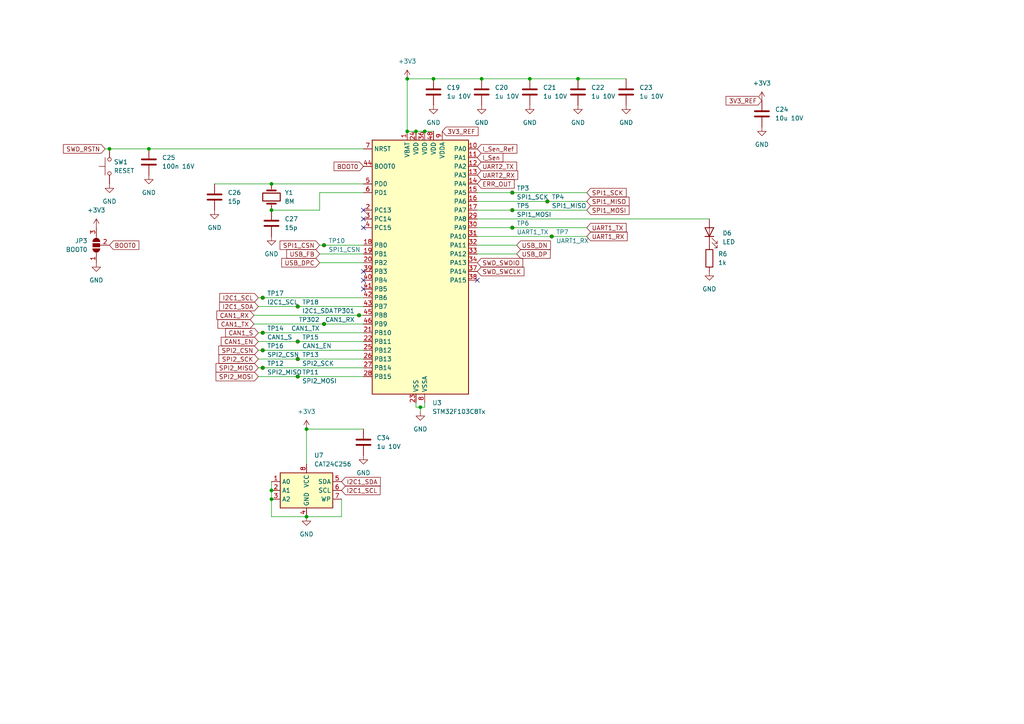
<source format=kicad_sch>
(kicad_sch (version 20231120) (generator "eeschema") (generator_version "8.0")
  (paper "A4")
  (lib_symbols
    (symbol "Connector:TestPoint_Small" (pin_numbers hide) (pin_names (offset 0.762) hide)
      (property "Reference" "TP" (at 0 3.81 0))
      (property "Value" "TestPoint_Small" (at 0 2.032 0))
      (symbol "TestPoint_Small_0_1"
        (circle (center 0 0) (radius 0.508))
      )
      (symbol "TestPoint_Small_1_1"
        (pin passive line (at 0 0 90) (length 0) (name "1") (number "1"))
      )
    )
    (symbol "Device:C" (pin_numbers hide) (pin_names (offset 0.254))
      (property "Reference" "C" (at 0.635 2.54 0))
      (property "Value" "C" (at 0.635 -2.54 0))
      (symbol "C_0_1"
        (polyline (pts (xy -2.032 -0.762) (xy 2.032 -0.762)) (stroke (width 0.508)))
        (polyline (pts (xy -2.032 0.762) (xy 2.032 0.762)) (stroke (width 0.508)))
      )
      (symbol "C_1_1"
        (pin passive line (at 0 3.81 270) (length 2.794) (name "~") (number "1"))
        (pin passive line (at 0 -3.81 90) (length 2.794) (name "~") (number "2"))
      )
    )
    (symbol "Device:Crystal" (pin_numbers hide) (pin_names (offset 1.016) hide)
      (property "Reference" "Y" (at 0 3.81 0))
      (property "Value" "Crystal" (at 0 -3.81 0))
      (symbol "Crystal_0_1"
        (rectangle (start -1.143 2.54) (end 1.143 -2.54) (stroke (width 0.3048)))
        (polyline (pts (xy -2.54 0) (xy -1.905 0)))
        (polyline (pts (xy -1.905 -1.27) (xy -1.905 1.27)) (stroke (width 0.508)))
        (polyline (pts (xy 1.905 -1.27) (xy 1.905 1.27)) (stroke (width 0.508)))
        (polyline (pts (xy 2.54 0) (xy 1.905 0)))
      )
      (symbol "Crystal_1_1"
        (pin passive line (at -3.81 0 0) (length 1.27) (name "1") (number "1"))
        (pin passive line (at 3.81 0 180) (length 1.27) (name "2") (number "2"))
      )
    )
    (symbol "Device:LED" (pin_numbers hide) (pin_names (offset 1.016) hide)
      (property "Reference" "D" (at 0 2.54 0))
      (property "Value" "LED" (at 0 -2.54 0))
      (symbol "LED_0_1"
        (polyline (pts (xy -1.27 -1.27) (xy -1.27 1.27)) (stroke (width 0.254)))
        (polyline (pts (xy -1.27 0) (xy 1.27 0)))
        (polyline (pts (xy 1.27 -1.27) (xy 1.27 1.27) (xy -1.27 0) (xy 1.27 -1.27)) (stroke (width 0.254)))
        (polyline (pts (xy -3.048 -0.762) (xy -4.572 -2.286) (xy -3.81 -2.286) (xy -4.572 -2.286) (xy -4.572 -1.524)))
        (polyline (pts (xy -1.778 -0.762) (xy -3.302 -2.286) (xy -2.54 -2.286) (xy -3.302 -2.286) (xy -3.302 -1.524)))
      )
      (symbol "LED_1_1"
        (pin passive line (at -3.81 0 0) (length 2.54) (name "K") (number "1"))
        (pin passive line (at 3.81 0 180) (length 2.54) (name "A") (number "2"))
      )
    )
    (symbol "Device:R" (pin_numbers hide) (pin_names (offset 0))
      (property "Reference" "R" (at 2.032 0 90))
      (property "Value" "R" (at 0 0 90))
      (symbol "R_0_1"
        (rectangle (start -1.016 -2.54) (end 1.016 2.54) (stroke (width 0.254)))
      )
      (symbol "R_1_1"
        (pin passive line (at 0 3.81 270) (length 1.27) (name "~") (number "1"))
        (pin passive line (at 0 -3.81 90) (length 1.27) (name "~") (number "2"))
      )
    )
    (symbol "Jumper:SolderJumper_3_Open" (pin_names (offset 0) hide)
      (property "Reference" "JP" (at -2.54 -2.54 0))
      (property "Value" "SolderJumper_3_Open" (at 0 2.794 0))
      (symbol "SolderJumper_3_Open_0_1"
        (arc (start -1.016 1.016) (mid -2.0276 0) (end -1.016 -1.016))
        (arc (start -1.016 1.016) (mid -2.0276 0) (end -1.016 -1.016) (fill (type outline)))
        (rectangle (start -0.508 1.016) (end 0.508 -1.016) (fill (type outline)))
        (polyline (pts (xy -2.54 0) (xy -2.032 0)))
        (polyline (pts (xy -1.016 1.016) (xy -1.016 -1.016)))
        (polyline (pts (xy 0 -1.27) (xy 0 -1.016)))
        (polyline (pts (xy 1.016 1.016) (xy 1.016 -1.016)))
        (polyline (pts (xy 2.54 0) (xy 2.032 0)))
        (arc (start 1.016 -1.016) (mid 2.0276 0) (end 1.016 1.016))
        (arc (start 1.016 -1.016) (mid 2.0276 0) (end 1.016 1.016) (fill (type outline)))
      )
      (symbol "SolderJumper_3_Open_1_1"
        (pin passive line (at -5.08 0 0) (length 2.54) (name "A") (number "1"))
        (pin passive line (at 0 -3.81 90) (length 2.54) (name "C") (number "2"))
        (pin passive line (at 5.08 0 180) (length 2.54) (name "B") (number "3"))
      )
    )
    (symbol "MCU_ST_STM32F1:STM32F103C8Tx"
      (property "Reference" "U" (at -12.7 39.37 0))
      (property "Value" "STM32F103C8Tx" (at 10.16 39.37 0))
      (symbol "STM32F103C8Tx_0_1"
        (rectangle (start -12.7 -35.56) (end 15.24 38.1) (stroke (width 0.254)) (fill (type background)))
      )
      (symbol "STM32F103C8Tx_1_1"
        (pin power_in line (at -2.54 40.64 270) (length 2.54) (name "VBAT") (number "1"))
        (pin bidirectional line (at 17.78 35.56 180) (length 2.54) (name "PA0") (number "10"))
        (pin bidirectional line (at 17.78 33.02 180) (length 2.54) (name "PA1") (number "11"))
        (pin bidirectional line (at 17.78 30.48 180) (length 2.54) (name "PA2") (number "12"))
        (pin bidirectional line (at 17.78 27.94 180) (length 2.54) (name "PA3") (number "13"))
        (pin bidirectional line (at 17.78 25.4 180) (length 2.54) (name "PA4") (number "14"))
        (pin bidirectional line (at 17.78 22.86 180) (length 2.54) (name "PA5") (number "15"))
        (pin bidirectional line (at 17.78 20.32 180) (length 2.54) (name "PA6") (number "16"))
        (pin bidirectional line (at 17.78 17.78 180) (length 2.54) (name "PA7") (number "17"))
        (pin bidirectional line (at -15.24 7.62 0) (length 2.54) (name "PB0") (number "18"))
        (pin bidirectional line (at -15.24 5.08 0) (length 2.54) (name "PB1") (number "19"))
        (pin bidirectional line (at -15.24 17.78 0) (length 2.54) (name "PC13") (number "2"))
        (pin bidirectional line (at -15.24 2.54 0) (length 2.54) (name "PB2") (number "20"))
        (pin bidirectional line (at -15.24 -17.78 0) (length 2.54) (name "PB10") (number "21"))
        (pin bidirectional line (at -15.24 -20.32 0) (length 2.54) (name "PB11") (number "22"))
        (pin power_in line (at 0 -38.1 90) (length 2.54) (name "VSS") (number "23"))
        (pin power_in line (at 0 40.64 270) (length 2.54) (name "VDD") (number "24"))
        (pin bidirectional line (at -15.24 -22.86 0) (length 2.54) (name "PB12") (number "25"))
        (pin bidirectional line (at -15.24 -25.4 0) (length 2.54) (name "PB13") (number "26"))
        (pin bidirectional line (at -15.24 -27.94 0) (length 2.54) (name "PB14") (number "27"))
        (pin bidirectional line (at -15.24 -30.48 0) (length 2.54) (name "PB15") (number "28"))
        (pin bidirectional line (at 17.78 15.24 180) (length 2.54) (name "PA8") (number "29"))
        (pin bidirectional line (at -15.24 15.24 0) (length 2.54) (name "PC14") (number "3"))
        (pin bidirectional line (at 17.78 12.7 180) (length 2.54) (name "PA9") (number "30"))
        (pin bidirectional line (at 17.78 10.16 180) (length 2.54) (name "PA10") (number "31"))
        (pin bidirectional line (at 17.78 7.62 180) (length 2.54) (name "PA11") (number "32"))
        (pin bidirectional line (at 17.78 5.08 180) (length 2.54) (name "PA12") (number "33"))
        (pin bidirectional line (at 17.78 2.54 180) (length 2.54) (name "PA13") (number "34"))
        (pin passive line (at 0 -38.1 90) (length 2.54) hide (name "VSS") (number "35"))
        (pin power_in line (at 2.54 40.64 270) (length 2.54) (name "VDD") (number "36"))
        (pin bidirectional line (at 17.78 0 180) (length 2.54) (name "PA14") (number "37"))
        (pin bidirectional line (at 17.78 -2.54 180) (length 2.54) (name "PA15") (number "38"))
        (pin bidirectional line (at -15.24 0 0) (length 2.54) (name "PB3") (number "39"))
        (pin bidirectional line (at -15.24 12.7 0) (length 2.54) (name "PC15") (number "4"))
        (pin bidirectional line (at -15.24 -2.54 0) (length 2.54) (name "PB4") (number "40"))
        (pin bidirectional line (at -15.24 -5.08 0) (length 2.54) (name "PB5") (number "41"))
        (pin bidirectional line (at -15.24 -7.62 0) (length 2.54) (name "PB6") (number "42"))
        (pin bidirectional line (at -15.24 -10.16 0) (length 2.54) (name "PB7") (number "43"))
        (pin input line (at -15.24 30.48 0) (length 2.54) (name "BOOT0") (number "44"))
        (pin bidirectional line (at -15.24 -12.7 0) (length 2.54) (name "PB8") (number "45"))
        (pin bidirectional line (at -15.24 -15.24 0) (length 2.54) (name "PB9") (number "46"))
        (pin passive line (at 0 -38.1 90) (length 2.54) hide (name "VSS") (number "47"))
        (pin power_in line (at 5.08 40.64 270) (length 2.54) (name "VDD") (number "48"))
        (pin bidirectional line (at -15.24 25.4 0) (length 2.54) (name "PD0") (number "5"))
        (pin bidirectional line (at -15.24 22.86 0) (length 2.54) (name "PD1") (number "6"))
        (pin input line (at -15.24 35.56 0) (length 2.54) (name "NRST") (number "7"))
        (pin power_in line (at 2.54 -38.1 90) (length 2.54) (name "VSSA") (number "8"))
        (pin power_in line (at 7.62 40.64 270) (length 2.54) (name "VDDA") (number "9"))
      )
    )
    (symbol "Memory_EEPROM:CAT24C256"
      (property "Reference" "U" (at -6.35 6.35 0))
      (property "Value" "CAT24C256" (at 1.27 6.35 0))
      (symbol "CAT24C256_1_1"
        (rectangle (start -7.62 5.08) (end 7.62 -5.08) (stroke (width 0.254)) (fill (type background)))
        (pin input line (at -10.16 2.54 0) (length 2.54) (name "A0") (number "1"))
        (pin input line (at -10.16 0 0) (length 2.54) (name "A1") (number "2"))
        (pin input line (at -10.16 -2.54 0) (length 2.54) (name "A2") (number "3"))
        (pin power_in line (at 0 -7.62 90) (length 2.54) (name "GND") (number "4"))
        (pin bidirectional line (at 10.16 2.54 180) (length 2.54) (name "SDA") (number "5"))
        (pin input line (at 10.16 0 180) (length 2.54) (name "SCL") (number "6"))
        (pin input line (at 10.16 -2.54 180) (length 2.54) (name "WP") (number "7"))
        (pin power_in line (at 0 7.62 270) (length 2.54) (name "VCC") (number "8"))
      )
    )
    (symbol "Switch:SW_Push" (pin_numbers hide) (pin_names (offset 1.016) hide)
      (property "Reference" "SW" (at 1.27 2.54 0))
      (property "Value" "SW_Push" (at 0 -1.524 0))
      (symbol "SW_Push_0_1"
        (circle (center -2.032 0) (radius 0.508))
        (polyline (pts (xy 0 1.27) (xy 0 3.048)))
        (polyline (pts (xy 2.54 1.27) (xy -2.54 1.27)))
        (circle (center 2.032 0) (radius 0.508))
        (pin passive line (at -5.08 0 0) (length 2.54) (name "1") (number "1"))
        (pin passive line (at 5.08 0 180) (length 2.54) (name "2") (number "2"))
      )
    )
    (symbol "power:+3V3" (power) (pin_names (offset 0))
      (property "Value" "+3V3" (at 0 3.556 0))
      (symbol "+3V3_0_1"
        (polyline (pts (xy -0.762 1.27) (xy 0 2.54)))
        (polyline (pts (xy 0 0) (xy 0 2.54)))
        (polyline (pts (xy 0 2.54) (xy 0.762 1.27)))
      )
      (symbol "+3V3_1_1"
        (pin power_in line (at 0 0 90) (length 0) hide (name "+3V3") (number "1"))
      )
    )
    (symbol "power:GND" (power) (pin_names (offset 0))
      (property "Value" "GND" (at 0 -3.81 0))
      (symbol "GND_0_1"
        (polyline (pts (xy 0 0) (xy 0 -1.27) (xy 1.27 -1.27) (xy 0 -2.54) (xy -1.27 -1.27) (xy 0 -1.27)))
      )
      (symbol "GND_1_1"
        (pin power_in line (at 0 0 270) (length 0) hide (name "GND") (number "1"))
      )
    )
  )
  (junction (at 31.75 43.18))
  (junction (at 88.9 124.46))
  (junction (at 121.92 118.11))
  (junction (at 118.11 38.1))
  (junction (at 76.2 101.6))
  (junction (at 148.59 55.88))
  (junction (at 167.64 22.86))
  (junction (at 76.2 96.52))
  (junction (at 125.73 22.86))
  (junction (at 78.74 53.34))
  (junction (at 120.65 38.1))
  (junction (at 76.2 86.36))
  (junction (at 139.7 22.86))
  (junction (at 148.59 60.96))
  (junction (at 123.19 38.1))
  (junction (at 88.9 149.86))
  (junction (at 86.36 88.9))
  (junction (at 86.36 104.14))
  (junction (at 86.36 99.06))
  (junction (at 43.18 43.18))
  (junction (at 104.14 91.44))
  (junction (at 76.2 106.68))
  (junction (at 158.75 58.42))
  (junction (at 160.02 68.58))
  (junction (at 118.11 22.86))
  (junction (at 78.74 144.78))
  (junction (at 86.36 109.22))
  (junction (at 78.74 142.24))
  (junction (at 78.74 60.96))
  (junction (at 153.67 22.86))
  (junction (at 148.59 66.04))
  (junction (at 93.98 71.12))
  (junction (at 93.98 93.98))
  (no_connect (at 105.41 66.04))
  (no_connect (at 105.41 78.74))
  (no_connect (at 105.41 83.82))
  (no_connect (at 105.41 63.5))
  (no_connect (at 105.41 81.28))
  (no_connect (at 105.41 60.96))
  (no_connect (at 138.43 81.28))
  (wire (pts (xy 120.65 118.11) (xy 121.92 118.11)))
  (wire (pts (xy 153.67 22.86) (xy 167.64 22.86)))
  (wire (pts (xy 86.36 109.22) (xy 105.41 109.22)))
  (wire (pts (xy 78.74 149.86) (xy 88.9 149.86)))
  (wire (pts (xy 158.75 58.42) (xy 138.43 58.42)))
  (wire (pts (xy 62.23 53.34) (xy 78.74 53.34)))
  (wire (pts (xy 43.18 43.18) (xy 105.41 43.18)))
  (wire (pts (xy 30.48 43.18) (xy 31.75 43.18)))
  (wire (pts (xy 149.86 71.12) (xy 138.43 71.12)))
  (wire (pts (xy 170.18 68.58) (xy 160.02 68.58)))
  (wire (pts (xy 92.71 71.12) (xy 93.98 71.12)))
  (wire (pts (xy 92.71 55.88) (xy 92.71 60.96)))
  (wire (pts (xy 76.2 101.6) (xy 74.93 101.6)))
  (wire (pts (xy 99.06 144.78) (xy 99.06 149.86)))
  (wire (pts (xy 92.71 76.2) (xy 105.41 76.2)))
  (wire (pts (xy 92.71 60.96) (xy 78.74 60.96)))
  (wire (pts (xy 118.11 22.86) (xy 125.73 22.86)))
  (wire (pts (xy 149.86 73.66) (xy 138.43 73.66)))
  (wire (pts (xy 74.93 99.06) (xy 86.36 99.06)))
  (wire (pts (xy 73.66 93.98) (xy 93.98 93.98)))
  (wire (pts (xy 76.2 106.68) (xy 105.41 106.68)))
  (wire (pts (xy 121.92 118.11) (xy 123.19 118.11)))
  (wire (pts (xy 148.59 60.96) (xy 138.43 60.96)))
  (wire (pts (xy 74.93 96.52) (xy 76.2 96.52)))
  (wire (pts (xy 76.2 86.36) (xy 105.41 86.36)))
  (wire (pts (xy 76.2 106.68) (xy 74.93 106.68)))
  (wire (pts (xy 148.59 55.88) (xy 138.43 55.88)))
  (wire (pts (xy 73.66 91.44) (xy 104.14 91.44)))
  (wire (pts (xy 138.43 63.5) (xy 205.74 63.5)))
  (wire (pts (xy 125.73 22.86) (xy 139.7 22.86)))
  (wire (pts (xy 148.59 66.04) (xy 138.43 66.04)))
  (wire (pts (xy 78.74 53.34) (xy 105.41 53.34)))
  (wire (pts (xy 170.18 60.96) (xy 148.59 60.96)))
  (wire (pts (xy 74.93 104.14) (xy 86.36 104.14)))
  (wire (pts (xy 123.19 118.11) (xy 123.19 116.84)))
  (wire (pts (xy 121.92 119.38) (xy 121.92 118.11)))
  (wire (pts (xy 170.18 58.42) (xy 158.75 58.42)))
  (wire (pts (xy 105.41 55.88) (xy 92.71 55.88)))
  (wire (pts (xy 31.75 43.18) (xy 43.18 43.18)))
  (wire (pts (xy 118.11 38.1) (xy 120.65 38.1)))
  (wire (pts (xy 120.65 38.1) (xy 123.19 38.1)))
  (wire (pts (xy 76.2 96.52) (xy 105.41 96.52)))
  (wire (pts (xy 78.74 144.78) (xy 78.74 149.86)))
  (wire (pts (xy 118.11 22.86) (xy 118.11 38.1)))
  (wire (pts (xy 170.18 66.04) (xy 148.59 66.04)))
  (wire (pts (xy 86.36 99.06) (xy 105.41 99.06)))
  (wire (pts (xy 105.41 93.98) (xy 93.98 93.98)))
  (wire (pts (xy 92.71 73.66) (xy 105.41 73.66)))
  (wire (pts (xy 120.65 118.11) (xy 120.65 116.84)))
  (wire (pts (xy 105.41 91.44) (xy 104.14 91.44)))
  (wire (pts (xy 74.93 109.22) (xy 86.36 109.22)))
  (wire (pts (xy 74.93 86.36) (xy 76.2 86.36)))
  (wire (pts (xy 78.74 139.7) (xy 78.74 142.24)))
  (wire (pts (xy 88.9 124.46) (xy 105.41 124.46)))
  (wire (pts (xy 76.2 101.6) (xy 105.41 101.6)))
  (wire (pts (xy 88.9 124.46) (xy 88.9 134.62)))
  (wire (pts (xy 78.74 142.24) (xy 78.74 144.78)))
  (wire (pts (xy 93.98 71.12) (xy 105.41 71.12)))
  (wire (pts (xy 167.64 22.86) (xy 181.61 22.86)))
  (wire (pts (xy 170.18 55.88) (xy 148.59 55.88)))
  (wire (pts (xy 139.7 22.86) (xy 153.67 22.86)))
  (wire (pts (xy 86.36 104.14) (xy 105.41 104.14)))
  (wire (pts (xy 86.36 88.9) (xy 105.41 88.9)))
  (wire (pts (xy 160.02 68.58) (xy 138.43 68.58)))
  (wire (pts (xy 74.93 88.9) (xy 86.36 88.9)))
  (wire (pts (xy 123.19 38.1) (xy 125.73 38.1)))
  (wire (pts (xy 99.06 149.86) (xy 88.9 149.86)))
  (global_label "UART2_TX" (shape input) (at 138.43 48.26 0) (property "Intersheetrefs" "${INTERSHEET_REFS}" (effects (hide yes))))
  (global_label "3V3_REF" (shape input) (at 128.27 38.1 0) (property "Intersheetrefs" "${INTERSHEET_REFS}" (effects (hide yes))))
  (global_label "USB_DP" (shape input) (at 149.86 73.66 0) (property "Intersheetrefs" "${INTERSHEET_REFS}" (effects (hide yes))))
  (global_label "UART2_RX" (shape input) (at 138.43 50.8 0) (property "Intersheetrefs" "${INTERSHEET_REFS}" (effects (hide yes))))
  (global_label "SPI1_CSN" (shape input) (at 92.71 71.12 180) (property "Intersheetrefs" "${INTERSHEET_REFS}" (effects (hide yes))))
  (global_label "USB_FB" (shape input) (at 92.71 73.66 180) (property "Intersheetrefs" "${INTERSHEET_REFS}" (effects (hide yes))))
  (global_label "SPI2_CSN" (shape input) (at 74.93 101.6 180) (property "Intersheetrefs" "${INTERSHEET_REFS}" (effects (hide yes))))
  (global_label "SPI2_MISO" (shape input) (at 74.93 106.68 180) (property "Intersheetrefs" "${INTERSHEET_REFS}" (effects (hide yes))))
  (global_label "USB_DN" (shape input) (at 149.86 71.12 0) (property "Intersheetrefs" "${INTERSHEET_REFS}" (effects (hide yes))))
  (global_label "3V3_REF" (shape input) (at 220.98 29.21 180) (property "Intersheetrefs" "${INTERSHEET_REFS}" (effects (hide yes))))
  (global_label "SWD_RSTN" (shape input) (at 30.48 43.18 180) (property "Intersheetrefs" "${INTERSHEET_REFS}" (effects (hide yes))))
  (global_label "I2C1_SCL" (shape input) (at 99.06 142.24 0) (property "Intersheetrefs" "${INTERSHEET_REFS}" (effects (hide yes))))
  (global_label "CAN1_EN" (shape input) (at 74.93 99.06 180) (property "Intersheetrefs" "${INTERSHEET_REFS}" (effects (hide yes))))
  (global_label "UART1_RX" (shape input) (at 170.18 68.58 0) (property "Intersheetrefs" "${INTERSHEET_REFS}" (effects (hide yes))))
  (global_label "UART1_TX" (shape input) (at 170.18 66.04 0) (property "Intersheetrefs" "${INTERSHEET_REFS}" (effects (hide yes))))
  (global_label "I2C1_SCL" (shape input) (at 74.93 86.36 180) (property "Intersheetrefs" "${INTERSHEET_REFS}" (effects (hide yes))))
  (global_label "CAN1_RX" (shape input) (at 73.66 91.44 180) (property "Intersheetrefs" "${INTERSHEET_REFS}" (effects (hide yes))))
  (global_label "USB_DPC" (shape input) (at 92.71 76.2 180) (property "Intersheetrefs" "${INTERSHEET_REFS}" (effects (hide yes))))
  (global_label "SWD_SWCLK" (shape input) (at 138.43 78.74 0) (property "Intersheetrefs" "${INTERSHEET_REFS}" (effects (hide yes))))
  (global_label "SPI2_SCK" (shape input) (at 74.93 104.14 180) (property "Intersheetrefs" "${INTERSHEET_REFS}" (effects (hide yes))))
  (global_label "ERR_OUT" (shape input) (at 138.43 53.34 0) (property "Intersheetrefs" "${INTERSHEET_REFS}" (effects (hide yes))))
  (global_label "SPI1_SCK" (shape input) (at 170.18 55.88 0) (property "Intersheetrefs" "${INTERSHEET_REFS}" (effects (hide yes))))
  (global_label "I2C1_SDA" (shape input) (at 99.06 139.7 0) (property "Intersheetrefs" "${INTERSHEET_REFS}" (effects (hide yes))))
  (global_label "SPI2_MOSI" (shape input) (at 74.93 109.22 180) (property "Intersheetrefs" "${INTERSHEET_REFS}" (effects (hide yes))))
  (global_label "SPI1_MISO" (shape input) (at 170.18 58.42 0) (property "Intersheetrefs" "${INTERSHEET_REFS}" (effects (hide yes))))
  (global_label "CAN1_S" (shape input) (at 74.93 96.52 180) (property "Intersheetrefs" "${INTERSHEET_REFS}" (effects (hide yes))))
  (global_label "I_Sen_Ref" (shape input) (at 138.43 43.18 0) (property "Intersheetrefs" "${INTERSHEET_REFS}" (effects (hide yes))))
  (global_label "I_Sen" (shape input) (at 138.43 45.72 0) (property "Intersheetrefs" "${INTERSHEET_REFS}" (effects (hide yes))))
  (global_label "BOOT0" (shape input) (at 31.75 71.12 0) (property "Intersheetrefs" "${INTERSHEET_REFS}" (effects (hide yes))))
  (global_label "SPI1_MOSI" (shape input) (at 170.18 60.96 0) (property "Intersheetrefs" "${INTERSHEET_REFS}" (effects (hide yes))))
  (global_label "CAN1_TX" (shape input) (at 73.66 93.98 180) (property "Intersheetrefs" "${INTERSHEET_REFS}" (effects (hide yes))))
  (global_label "I2C1_SDA" (shape input) (at 74.93 88.9 180) (property "Intersheetrefs" "${INTERSHEET_REFS}" (effects (hide yes))))
  (global_label "BOOT0" (shape input) (at 105.41 48.26 180) (property "Intersheetrefs" "${INTERSHEET_REFS}" (effects (hide yes))))
  (global_label "SWD_SWDIO" (shape input) (at 138.43 76.2 0) (property "Intersheetrefs" "${INTERSHEET_REFS}" (effects (hide yes))))
  (symbol (lib_id "Connector:TestPoint_Small") (at 148.59 55.88 0) (unit 1)
    (property "Reference" "TP3" (at 149.86 54.6099 0) (effects (justify left)))
    (property "Value" "SPI1_SCK" (at 149.86 57.1499 0) (effects (justify left)))
    (property "Footprint" "TestPoint:TestPoint_Pad_D1.0mm" (effects (hide yes)))
    (property "Description" "test point" (effects (hide yes)))
  )
  (symbol (lib_id "Connector:TestPoint_Small") (at 158.75 58.42 0) (unit 1)
    (property "Reference" "TP4" (at 160.02 57.1499 0) (effects (justify left)))
    (property "Value" "SPI1_MISO" (at 160.02 59.6899 0) (effects (justify left)))
    (property "Footprint" "TestPoint:TestPoint_Pad_D1.0mm" (effects (hide yes)))
    (property "Description" "test point" (effects (hide yes)))
  )
  (symbol (lib_id "Device:C") (at 78.74 64.77 180) (unit 1)
    (property "Reference" "C27" (at 82.55 63.4999 0) (effects (justify right)))
    (property "Value" "15p" (at 82.55 66.0399 0) (effects (justify right)))
    (property "Footprint" "Capacitor_SMD:C_0603_1608Metric" (effects (hide yes)))
  )
  (symbol (lib_id "power:GND") (at 205.74 78.74 0) (unit 1)
    (property "Reference" "#PWR017" (effects (hide yes)))
    (property "Value" "GND" (at 205.74 83.82 0))
  )
  (symbol (lib_id "Connector:TestPoint_Small") (at 148.59 60.96 0) (unit 1)
    (property "Reference" "TP5" (at 149.86 59.6899 0) (effects (justify left)))
    (property "Value" "SPI1_MOSI" (at 149.86 62.2299 0) (effects (justify left)))
    (property "Footprint" "TestPoint:TestPoint_Pad_D1.0mm" (effects (hide yes)))
    (property "Description" "test point" (effects (hide yes)))
  )
  (symbol (lib_id "Device:LED") (at 205.74 67.31 90) (unit 1)
    (property "Reference" "D6" (at 209.55 67.6274 90) (effects (justify right)))
    (property "Value" "LED" (at 209.55 70.1674 90) (effects (justify right)))
    (property "Footprint" "LED_SMD:LED_0603_1608Metric" (effects (hide yes)))
  )
  (symbol (lib_id "power:GND") (at 153.67 30.48 0) (unit 1)
    (property "Reference" "#PWR055" (effects (hide yes)))
    (property "Value" "GND" (at 153.67 35.56 0))
  )
  (symbol (lib_id "Connector:TestPoint_Small") (at 86.36 88.9 0) (unit 1)
    (property "Reference" "TP18" (at 87.63 87.6299 0) (effects (justify left)))
    (property "Value" "I2C1_SDA" (at 87.63 90.1699 0) (effects (justify left)))
    (property "Footprint" "TestPoint:TestPoint_Pad_D1.0mm" (effects (hide yes)))
    (property "Description" "test point" (effects (hide yes)))
  )
  (symbol (lib_id "Device:C") (at 125.73 26.67 0) (unit 1)
    (property "Reference" "C19" (at 129.54 25.4 0) (effects (justify left)))
    (property "Value" "1u 10V" (at 129.54 27.94 0) (effects (justify left)))
    (property "Footprint" "Capacitor_SMD:C_0603_1608Metric" (effects (hide yes)))
  )
  (symbol (lib_id "Connector:TestPoint_Small") (at 76.2 96.52 0) (unit 1)
    (property "Reference" "TP14" (at 77.47 95.2499 0) (effects (justify left)))
    (property "Value" "CAN1_S" (at 77.47 97.7899 0) (effects (justify left)))
    (property "Footprint" "TestPoint:TestPoint_Pad_D1.0mm" (effects (hide yes)))
    (property "Description" "test point" (effects (hide yes)))
  )
  (symbol (lib_id "power:GND") (at 139.7 30.48 0) (unit 1)
    (property "Reference" "#PWR054" (effects (hide yes)))
    (property "Value" "GND" (at 139.7 35.56 0))
  )
  (symbol (lib_id "Device:C") (at 181.61 26.67 0) (unit 1)
    (property "Reference" "C23" (at 185.42 25.4 0) (effects (justify left)))
    (property "Value" "1u 10V" (at 185.42 27.94 0) (effects (justify left)))
    (property "Footprint" "Capacitor_SMD:C_0603_1608Metric" (effects (hide yes)))
  )
  (symbol (lib_id "power:GND") (at 181.61 30.48 0) (unit 1)
    (property "Reference" "#PWR057" (effects (hide yes)))
    (property "Value" "GND" (at 181.61 35.56 0))
  )
  (symbol (lib_id "Connector:TestPoint_Small") (at 76.2 106.68 0) (unit 1)
    (property "Reference" "TP12" (at 77.47 105.4099 0) (effects (justify left)))
    (property "Value" "SPI2_MISO" (at 77.47 107.9499 0) (effects (justify left)))
    (property "Footprint" "TestPoint:TestPoint_Pad_D1.0mm" (effects (hide yes)))
    (property "Description" "test point" (effects (hide yes)))
  )
  (symbol (lib_id "Device:Crystal") (at 78.74 57.15 90) (unit 1)
    (property "Reference" "Y1" (at 82.55 55.8799 90) (effects (justify right)))
    (property "Value" "8M" (at 82.55 58.4199 90) (effects (justify right)))
    (property "Footprint" "Crystal:Crystal_SMD_TXC_7A-2Pin_5x3.2mm" (effects (hide yes)))
    (property "Description" "Two pin crystal" (effects (hide yes)))
  )
  (symbol (lib_id "Connector:TestPoint_Small") (at 148.59 66.04 0) (unit 1)
    (property "Reference" "TP6" (at 149.86 64.7699 0) (effects (justify left)))
    (property "Value" "UART1_TX" (at 149.86 67.3099 0) (effects (justify left)))
    (property "Footprint" "TestPoint:TestPoint_Pad_D1.0mm" (effects (hide yes)))
    (property "Description" "test point" (effects (hide yes)))
  )
  (symbol (lib_id "Device:C") (at 105.41 128.27 0) (unit 1)
    (property "Reference" "C34" (at 109.22 127 0) (effects (justify left)))
    (property "Value" "1u 10V" (at 109.22 129.54 0) (effects (justify left)))
    (property "Footprint" "Capacitor_SMD:C_0603_1608Metric" (effects (hide yes)))
  )
  (symbol (lib_id "power:GND") (at 62.23 60.96 0) (unit 1)
    (property "Reference" "#PWR066" (effects (hide yes)))
    (property "Value" "GND" (at 62.23 66.04 0))
  )
  (symbol (lib_id "Connector:TestPoint_Small") (at 86.36 99.06 0) (unit 1)
    (property "Reference" "TP15" (at 87.63 97.7899 0) (effects (justify left)))
    (property "Value" "CAN1_EN" (at 87.63 100.3299 0) (effects (justify left)))
    (property "Footprint" "TestPoint:TestPoint_Pad_D1.0mm" (effects (hide yes)))
    (property "Description" "test point" (effects (hide yes)))
  )
  (symbol (lib_id "Switch:SW_Push") (at 31.75 48.26 90) (unit 1)
    (property "Reference" "SW1" (at 33.02 46.99 90) (effects (justify right)))
    (property "Value" "RESET" (at 33.02 49.53 90) (effects (justify right)))
    (property "Footprint" "Button_Switch_SMD:SW_Push_1P1T_XKB_TS-1187A" (effects (hide yes)))
  )
  (symbol (lib_id "Device:R") (at 205.74 74.93 0) (unit 1)
    (property "Reference" "R6" (at 208.28 73.66 0) (effects (justify left)))
    (property "Value" "1k" (at 208.28 76.2 0) (effects (justify left)))
    (property "Footprint" "Resistor_SMD:R_0603_1608Metric" (effects (hide yes)))
  )
  (symbol (lib_id "Device:C") (at 220.98 33.02 0) (unit 1)
    (property "Reference" "C24" (at 224.79 31.75 0) (effects (justify left)))
    (property "Value" "10u 10V" (at 224.79 34.29 0) (effects (justify left)))
    (property "Footprint" "Capacitor_SMD:C_0603_1608Metric" (effects (hide yes)))
  )
  (symbol (lib_id "power:GND") (at 78.74 68.58 0) (unit 1)
    (property "Reference" "#PWR067" (effects (hide yes)))
    (property "Value" "GND" (at 78.74 73.66 0))
  )
  (symbol (lib_id "Device:C") (at 139.7 26.67 0) (unit 1)
    (property "Reference" "C20" (at 143.51 25.4 0) (effects (justify left)))
    (property "Value" "1u 10V" (at 143.51 27.94 0) (effects (justify left)))
    (property "Footprint" "Capacitor_SMD:C_0603_1608Metric" (effects (hide yes)))
  )
  (symbol (lib_id "power:GND") (at 43.18 50.8 0) (unit 1)
    (property "Reference" "#PWR060" (effects (hide yes)))
    (property "Value" "GND" (at 43.18 55.88 0))
  )
  (symbol (lib_id "Device:C") (at 153.67 26.67 0) (unit 1)
    (property "Reference" "C21" (at 157.48 25.4 0) (effects (justify left)))
    (property "Value" "1u 10V" (at 157.48 27.94 0) (effects (justify left)))
    (property "Footprint" "Capacitor_SMD:C_0603_1608Metric" (effects (hide yes)))
  )
  (symbol (lib_id "Connector:TestPoint_Small") (at 93.98 71.12 0) (unit 1)
    (property "Reference" "TP10" (at 95.25 69.8499 0) (effects (justify left)))
    (property "Value" "SPI1_CSN" (at 95.25 72.3899 0) (effects (justify left)))
    (property "Footprint" "TestPoint:TestPoint_Pad_D1.0mm" (effects (hide yes)))
    (property "Description" "test point" (effects (hide yes)))
  )
  (symbol (lib_id "Device:C") (at 167.64 26.67 0) (unit 1)
    (property "Reference" "C22" (at 171.45 25.4 0) (effects (justify left)))
    (property "Value" "1u 10V" (at 171.45 27.94 0) (effects (justify left)))
    (property "Footprint" "Capacitor_SMD:C_0603_1608Metric" (effects (hide yes)))
  )
  (symbol (lib_id "Connector:TestPoint_Small") (at 86.36 109.22 0) (unit 1)
    (property "Reference" "TP11" (at 87.63 107.9499 0) (effects (justify left)))
    (property "Value" "SPI2_MOSI" (at 87.63 110.4899 0) (effects (justify left)))
    (property "Footprint" "TestPoint:TestPoint_Pad_D1.0mm" (effects (hide yes)))
    (property "Description" "test point" (effects (hide yes)))
  )
  (symbol (lib_id "Connector:TestPoint_Small") (at 86.36 104.14 0) (unit 1)
    (property "Reference" "TP13" (at 87.63 102.8699 0) (effects (justify left)))
    (property "Value" "SPI2_SCK" (at 87.63 105.4099 0) (effects (justify left)))
    (property "Footprint" "TestPoint:TestPoint_Pad_D1.0mm" (effects (hide yes)))
    (property "Description" "test point" (effects (hide yes)))
  )
  (symbol (lib_id "Device:C") (at 62.23 57.15 180) (unit 1)
    (property "Reference" "C26" (at 66.04 55.88 0) (effects (justify right)))
    (property "Value" "15p" (at 66.04 58.42 0) (effects (justify right)))
    (property "Footprint" "Capacitor_SMD:C_0603_1608Metric" (effects (hide yes)))
  )
  (symbol (lib_id "power:GND") (at 121.92 119.38 0) (unit 1)
    (property "Reference" "#PWR059" (effects (hide yes)))
    (property "Value" "GND" (at 121.92 124.46 0))
  )
  (symbol (lib_id "Memory_EEPROM:CAT24C256") (at 88.9 142.24 0) (unit 1)
    (property "Reference" "U7" (at 91.0941 132.08 0) (effects (justify left)))
    (property "Value" "CAT24C256" (at 91.0941 134.62 0) (effects (justify left)))
    (property "Footprint" "Package_SO:SOIC-8_3.9x4.9mm_P1.27mm" (effects (hide yes)))
    (property "Datasheet" "https://www.onsemi.cn/PowerSolutions/document/CAT24C256-D.PDF" (effects (hide yes)))
    (property "Description" "256 kb CMOS Serial EEPROM, DIP-8/SOIC-8/TSSOP-8/DFN-8" (effects (hide yes)))
  )
  (symbol (lib_id "power:+3V3") (at 27.94 66.04 0) (unit 1)
    (property "Reference" "#PWR063" (effects (hide yes)))
    (property "Value" "+3V3" (at 27.94 60.96 0))
  )
  (symbol (lib_id "Jumper:SolderJumper_3_Open") (at 27.94 71.12 90) (unit 1)
    (property "Reference" "JP3" (at 25.4 69.85 90) (effects (justify left)))
    (property "Value" "BOOT0" (at 25.4 72.39 90) (effects (justify left)))
    (property "Footprint" "Jumper:SolderJumper-3_P1.3mm_Open_Pad1.0x1.5mm" (effects (hide yes)))
  )
  (symbol (lib_id "Device:C") (at 43.18 46.99 180) (unit 1)
    (property "Reference" "C25" (at 46.99 45.72 0) (effects (justify right)))
    (property "Value" "100n 16V" (at 46.99 48.26 0) (effects (justify right)))
    (property "Footprint" "Capacitor_SMD:C_0603_1608Metric" (effects (hide yes)))
  )
  (symbol (lib_id "power:+3V3") (at 118.11 22.86 0) (unit 1)
    (property "Reference" "#PWR052" (effects (hide yes)))
    (property "Value" "+3V3" (at 118.11 17.78 0))
  )
  (symbol (lib_id "Connector:TestPoint_Small") (at 160.02 68.58 0) (unit 1)
    (property "Reference" "TP7" (at 161.29 67.3099 0) (effects (justify left)))
    (property "Value" "UART1_RX" (at 161.29 69.8499 0) (effects (justify left)))
    (property "Footprint" "TestPoint:TestPoint_Pad_D1.0mm" (effects (hide yes)))
    (property "Description" "test point" (effects (hide yes)))
  )
  (symbol (lib_id "power:GND") (at 167.64 30.48 0) (unit 1)
    (property "Reference" "#PWR056" (effects (hide yes)))
    (property "Value" "GND" (at 167.64 35.56 0))
  )
  (symbol (lib_id "power:+3V3") (at 88.9 124.46 0) (unit 1)
    (property "Reference" "#PWR025" (effects (hide yes)))
    (property "Value" "+3V3" (at 88.9 119.38 0))
  )
  (symbol (lib_id "MCU_ST_STM32F1:STM32F103C8Tx") (at 120.65 78.74 0) (unit 1)
    (property "Reference" "U3" (at 125.3841 116.84 0) (effects (justify left)))
    (property "Value" "STM32F103C8Tx" (at 125.3841 119.38 0) (effects (justify left)))
    (property "Footprint" "Package_QFP:LQFP-48_7x7mm_P0.5mm" (effects (hide yes)))
    (property "Datasheet" "https://www.st.com/resource/en/datasheet/stm32f103c8.pdf" (effects (hide yes)))
    (property "Description" "STMicroelectronics Arm Cortex-M3 MCU, 64KB flash, 20KB RAM, 72 MHz, 2.0-3.6V, 37 GPIO, LQFP48" (effects (hide yes)))
  )
  (symbol (lib_id "power:GND") (at 88.9 149.86 0) (unit 1)
    (property "Reference" "#PWR024" (effects (hide yes)))
    (property "Value" "GND" (at 88.9 154.94 0))
  )
  (symbol (lib_id "power:GND") (at 125.73 30.48 0) (unit 1)
    (property "Reference" "#PWR053" (effects (hide yes)))
    (property "Value" "GND" (at 125.73 35.56 0))
  )
  (symbol (lib_id "power:GND") (at 220.98 36.83 0) (unit 1)
    (property "Reference" "#PWR058" (effects (hide yes)))
    (property "Value" "GND" (at 220.98 41.91 0))
  )
  (symbol (lib_id "power:GND") (at 31.75 53.34 0) (unit 1)
    (property "Reference" "#PWR061" (effects (hide yes)))
    (property "Value" "GND" (at 31.75 58.42 0))
  )
  (symbol (lib_id "power:GND") (at 105.41 132.08 0) (unit 1)
    (property "Reference" "#PWR027" (effects (hide yes)))
    (property "Value" "GND" (at 105.41 137.16 0))
  )
  (symbol (lib_id "power:GND") (at 27.94 76.2 0) (unit 1)
    (property "Reference" "#PWR062" (effects (hide yes)))
    (property "Value" "GND" (at 27.94 81.28 0))
  )
  (symbol (lib_id "Connector:TestPoint_Small") (at 76.2 101.6 0) (unit 1)
    (property "Reference" "TP16" (at 77.47 100.3299 0) (effects (justify left)))
    (property "Value" "SPI2_CSN" (at 77.47 102.8699 0) (effects (justify left)))
    (property "Footprint" "TestPoint:TestPoint_Pad_D1.0mm" (effects (hide yes)))
    (property "Description" "test point" (effects (hide yes)))
  )
  (symbol (lib_id "power:+3V3") (at 220.98 29.21 0) (unit 1)
    (property "Reference" "#PWR020" (effects (hide yes)))
    (property "Value" "+3V3" (at 220.98 24.13 0))
  )
  (symbol (lib_id "Connector:TestPoint_Small") (at 93.98 93.98 0) (mirror y) (unit 1)
    (property "Reference" "TP302" (at 92.71 92.7099 0) (effects (justify left)))
    (property "Value" "CAN1_TX" (at 92.71 95.2499 0) (effects (justify left)))
    (property "Footprint" "TestPoint:TestPoint_Pad_D1.0mm" (effects (hide yes)))
    (property "Description" "test point" (effects (hide yes)))
  )
  (symbol (lib_id "Connector:TestPoint_Small") (at 104.14 91.44 0) (mirror y) (unit 1)
    (property "Reference" "TP301" (at 102.87 90.1699 0) (effects (justify left)))
    (property "Value" "CAN1_RX" (at 102.87 92.7099 0) (effects (justify left)))
    (property "Footprint" "TestPoint:TestPoint_Pad_D1.0mm" (effects (hide yes)))
    (property "Description" "test point" (effects (hide yes)))
  )
  (symbol (lib_id "Connector:TestPoint_Small") (at 76.2 86.36 0) (unit 1)
    (property "Reference" "TP17" (at 77.47 85.0899 0) (effects (justify left)))
    (property "Value" "I2C1_SCL" (at 77.47 87.6299 0) (effects (justify left)))
    (property "Footprint" "TestPoint:TestPoint_Pad_D1.0mm" (effects (hide yes)))
    (property "Description" "test point" (effects (hide yes)))
  )
)
</source>
